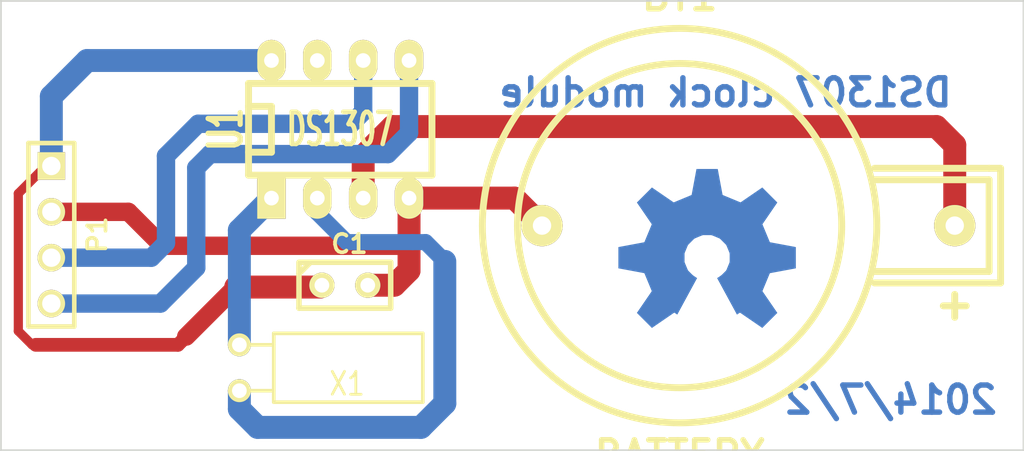
<source format=kicad_pcb>
(kicad_pcb (version 3) (host pcbnew "(2014-03-19 BZR 4756)-product")

  (general
    (links 10)
    (no_connects 0)
    (area 116.918972 91.548 176.834001 120.4912)
    (thickness 1.6)
    (drawings 6)
    (tracks 68)
    (zones 0)
    (modules 6)
    (nets 9)
  )

  (page A4)
  (layers
    (15 F.Cu signal hide)
    (0 B.Cu signal)
    (16 B.Adhes user)
    (17 F.Adhes user)
    (18 B.Paste user)
    (19 F.Paste user)
    (20 B.SilkS user)
    (21 F.SilkS user)
    (22 B.Mask user)
    (23 F.Mask user)
    (24 Dwgs.User user)
    (25 Cmts.User user)
    (26 Eco1.User user)
    (27 Eco2.User user)
    (28 Edge.Cuts user)
  )

  (setup
    (last_trace_width 0.889)
    (user_trace_width 0.381)
    (user_trace_width 0.508)
    (user_trace_width 0.635)
    (user_trace_width 0.762)
    (user_trace_width 0.889)
    (user_trace_width 1.016)
    (user_trace_width 1.143)
    (user_trace_width 1.27)
    (trace_clearance 0.4)
    (zone_clearance 1)
    (zone_45_only no)
    (trace_min 0.254)
    (segment_width 0.2)
    (edge_width 0.1)
    (via_size 0.889)
    (via_drill 0.635)
    (via_min_size 0.889)
    (via_min_drill 0.508)
    (uvia_size 0.508)
    (uvia_drill 0.127)
    (uvias_allowed no)
    (uvia_min_size 0.508)
    (uvia_min_drill 0.127)
    (pcb_text_width 0.3)
    (pcb_text_size 1.5 1.5)
    (mod_edge_width 0.15)
    (mod_text_size 1 1)
    (mod_text_width 0.15)
    (pad_size 1.5 1.5)
    (pad_drill 0.6)
    (pad_to_mask_clearance 0)
    (aux_axis_origin 0 0)
    (visible_elements FFFFEF7F)
    (pcbplotparams
      (layerselection 3178497)
      (usegerberextensions true)
      (excludeedgelayer true)
      (linewidth 0.150000)
      (plotframeref false)
      (viasonmask false)
      (mode 1)
      (useauxorigin false)
      (hpglpennumber 1)
      (hpglpenspeed 20)
      (hpglpendiameter 15)
      (hpglpenoverlay 2)
      (psnegative false)
      (psa4output false)
      (plotreference true)
      (plotvalue true)
      (plotothertext true)
      (plotinvisibletext false)
      (padsonsilk false)
      (subtractmaskfromsilk false)
      (outputformat 1)
      (mirror false)
      (drillshape 1)
      (scaleselection 1)
      (outputdirectory ""))
  )

  (net 0 "")
  (net 1 5V)
  (net 2 GND)
  (net 3 N-000001)
  (net 4 N-000005)
  (net 5 N-000006)
  (net 6 N-000007)
  (net 7 SCL)
  (net 8 SDA)

  (net_class Default "This is the default net class."
    (clearance 0.4)
    (trace_width 0.5)
    (via_dia 0.889)
    (via_drill 0.635)
    (uvia_dia 0.508)
    (uvia_drill 0.127)
    (add_net 5V)
    (add_net GND)
    (add_net N-000001)
    (add_net N-000005)
    (add_net N-000006)
    (add_net N-000007)
    (add_net SCL)
    (add_net SDA)
  )

  (module OSHW_COPPER_10MM (layer B.Cu) (tedit 4F4F92AA) (tstamp 53B45BEA)
    (at 159.258 107.95 180)
    (fp_text reference OSHW_COPPER_10MM (at 0 0 180) (layer B.SilkS) hide
      (effects (font (thickness 0.3048)) (justify mirror))
    )
    (fp_text value VAL** (at 0 0 180) (layer B.SilkS) hide
      (effects (font (thickness 0.3048)) (justify mirror))
    )
    (pad "" smd trapezoid (at 0 4.1656) (size 1.45796 1.4986) (rect_delta 0 0.2794 ) (layers B.Cu B.Paste B.Mask))
    (pad "" smd trapezoid (at 2.94386 2.94386 45) (size 1.45796 1.4986) (rect_delta 0 0.2794 ) (layers B.Cu B.Paste B.Mask))
    (pad "" smd trapezoid (at 4.1656 0 90) (size 1.45796 1.4986) (rect_delta 0 0.2794 ) (layers B.Cu B.Paste B.Mask))
    (pad "" smd trapezoid (at 2.94386 -2.94386 135) (size 1.45796 1.4986) (rect_delta 0 0.2794 ) (layers B.Cu B.Paste B.Mask))
    (pad "" smd trapezoid (at -2.94386 2.94386 315) (size 1.45796 1.4986) (rect_delta 0 0.2794 ) (layers B.Cu B.Paste B.Mask))
    (pad "" smd trapezoid (at -4.1656 0 270) (size 1.45796 1.4986) (rect_delta 0 0.2794 ) (layers B.Cu B.Paste B.Mask))
    (pad "" smd trapezoid (at -2.94386 -2.94386 225) (size 1.45796 1.4986) (rect_delta 0 0.2794 ) (layers B.Cu B.Paste B.Mask))
    (pad "" smd trapezoid (at 0 2.39522) (size 1.08204 2.29108) (rect_delta 0 -0.41402 ) (layers B.Cu B.Paste B.Mask))
    (pad "" smd trapezoid (at -0.9144 2.21234 337.5) (size 1.08204 2.29108) (rect_delta 0 -0.41402 ) (layers B.Cu B.Paste B.Mask))
    (pad "" smd trapezoid (at 0.9144 2.21234 22.5) (size 1.08204 2.29108) (rect_delta 0 -0.41402 ) (layers B.Cu B.Paste B.Mask))
    (pad "" smd trapezoid (at 1.69164 1.69164 45) (size 1.08204 2.29108) (rect_delta 0 -0.41402 ) (layers B.Cu B.Paste B.Mask))
    (pad "" smd trapezoid (at -1.69164 1.69164 315) (size 1.08204 2.29108) (rect_delta 0 -0.41402 ) (layers B.Cu B.Paste B.Mask))
    (pad "" smd trapezoid (at 2.21234 0.9144 67.5) (size 1.08204 2.29108) (rect_delta 0 -0.41402 ) (layers B.Cu B.Paste B.Mask))
    (pad "" smd trapezoid (at -2.21234 0.9144 292.5) (size 1.08204 2.29108) (rect_delta 0 -0.41402 ) (layers B.Cu B.Paste B.Mask))
    (pad "" smd trapezoid (at 2.39522 0 90) (size 1.08204 2.29108) (rect_delta 0 -0.41402 ) (layers B.Cu B.Paste B.Mask))
    (pad "" smd trapezoid (at -2.39522 0 270) (size 1.08204 2.29108) (rect_delta 0 -0.41402 ) (layers B.Cu B.Paste B.Mask))
    (pad "" smd trapezoid (at -2.21234 -0.9144 247.5) (size 1.08204 2.29108) (rect_delta 0 -0.41402 ) (layers B.Cu B.Paste B.Mask))
    (pad "" smd trapezoid (at 2.21234 -0.9144 112.5) (size 1.08204 2.29108) (rect_delta 0 -0.41402 ) (layers B.Cu B.Paste B.Mask))
    (pad "" smd trapezoid (at 1.69164 -1.69164 135) (size 1.08204 2.29108) (rect_delta 0 -0.41402 ) (layers B.Cu B.Paste B.Mask))
    (pad "" smd trapezoid (at -1.69164 -1.69164 225) (size 1.08204 2.29108) (rect_delta 0 -0.41402 ) (layers B.Cu B.Paste B.Mask))
    (pad "" smd trapezoid (at -1.32842 -1.99136 213.7) (size 0.54102 2.29108) (rect_delta 0 -0.20828 ) (layers B.Cu B.Paste B.Mask))
    (pad "" smd trapezoid (at 1.32842 -1.99136 146.3) (size 0.54102 2.29108) (rect_delta 0 -0.20828 ) (layers B.Cu B.Paste B.Mask))
  )

  (module CR2032H (layer F.Cu) (tedit 4C5E6DB1) (tstamp 53B45A75)
    (at 157.734 106.172)
    (path /53B3EE7B)
    (fp_text reference BT1 (at 0 -12.7) (layer F.SilkS)
      (effects (font (thickness 0.3048)))
    )
    (fp_text value BATTERY (at 0 12.7) (layer F.SilkS)
      (effects (font (thickness 0.3048)))
    )
    (fp_line (start 15.24 3.81) (end 15.24 5.08) (layer F.SilkS) (width 0.381))
    (fp_line (start 14.605 4.445) (end 15.875 4.445) (layer F.SilkS) (width 0.381))
    (fp_line (start 10.795 -2.54) (end 17.145 -2.54) (layer F.SilkS) (width 0.381))
    (fp_line (start 17.145 -2.54) (end 17.145 2.54) (layer F.SilkS) (width 0.381))
    (fp_line (start 17.145 2.54) (end 10.795 2.54) (layer F.SilkS) (width 0.381))
    (fp_line (start 17.145 -3.175) (end 17.78 -3.175) (layer F.SilkS) (width 0.381))
    (fp_line (start 17.78 -3.175) (end 17.78 3.175) (layer F.SilkS) (width 0.381))
    (fp_line (start 17.78 3.175) (end 17.145 3.175) (layer F.SilkS) (width 0.381))
    (fp_line (start 15.875 -3.175) (end 17.145 -3.175) (layer F.SilkS) (width 0.381))
    (fp_line (start 17.145 3.175) (end 10.795 3.175) (layer F.SilkS) (width 0.381))
    (fp_line (start 10.795 -3.175) (end 15.875 -3.175) (layer F.SilkS) (width 0.381))
    (fp_circle (center 0 0) (end -1.27 -8.89) (layer F.SilkS) (width 0.381))
    (fp_circle (center 0 0) (end 6.35 8.89) (layer F.SilkS) (width 0.381))
    (pad 2 thru_hole circle (at -7.62 0) (size 2.286 2.286) (drill 1.016) (layers *.Cu *.Mask F.SilkS)
      (net 2 GND))
    (pad 1 thru_hole circle (at 15.24 0) (size 2.286 2.286) (drill 1.016) (layers *.Cu *.Mask F.SilkS)
      (net 4 N-000005))
  )

  (module C1 (layer F.Cu) (tedit 3F92C496) (tstamp 53B3F588)
    (at 139.192 109.474)
    (descr "Condensateur e = 1 pas")
    (tags C)
    (path /53B3F0BC)
    (fp_text reference C1 (at 0.254 -2.286) (layer F.SilkS)
      (effects (font (size 1.016 1.016) (thickness 0.2032)))
    )
    (fp_text value C (at 0 -2.286) (layer F.SilkS) hide
      (effects (font (size 1.016 1.016) (thickness 0.2032)))
    )
    (fp_line (start -2.4892 -1.27) (end 2.54 -1.27) (layer F.SilkS) (width 0.3048))
    (fp_line (start 2.54 -1.27) (end 2.54 1.27) (layer F.SilkS) (width 0.3048))
    (fp_line (start 2.54 1.27) (end -2.54 1.27) (layer F.SilkS) (width 0.3048))
    (fp_line (start -2.54 1.27) (end -2.54 -1.27) (layer F.SilkS) (width 0.3048))
    (fp_line (start -2.54 -0.635) (end -1.905 -1.27) (layer F.SilkS) (width 0.3048))
    (pad 1 thru_hole circle (at -1.27 0) (size 1.397 1.397) (drill 0.8128) (layers *.Cu *.Mask F.SilkS)
      (net 1 5V))
    (pad 2 thru_hole circle (at 1.27 0) (size 1.397 1.397) (drill 0.8128) (layers *.Cu *.Mask F.SilkS)
      (net 2 GND))
    (model discret/capa_1_pas.wrl
      (at (xyz 0 0 0))
      (scale (xyz 1 1 1))
      (rotate (xyz 0 0 0))
    )
  )

  (module PIN_ARRAY_4x1 (layer F.Cu) (tedit 4C10F42E) (tstamp 53B3F594)
    (at 122.936 106.68 270)
    (descr "Double rangee de contacts 2 x 5 pins")
    (tags CONN)
    (path /53B3EE5C)
    (fp_text reference P1 (at 0 -2.54 270) (layer F.SilkS)
      (effects (font (size 1.016 1.016) (thickness 0.2032)))
    )
    (fp_text value CONN_4 (at 0 2.54 270) (layer F.SilkS) hide
      (effects (font (size 1.016 1.016) (thickness 0.2032)))
    )
    (fp_line (start 5.08 1.27) (end -5.08 1.27) (layer F.SilkS) (width 0.254))
    (fp_line (start 5.08 -1.27) (end -5.08 -1.27) (layer F.SilkS) (width 0.254))
    (fp_line (start -5.08 -1.27) (end -5.08 1.27) (layer F.SilkS) (width 0.254))
    (fp_line (start 5.08 1.27) (end 5.08 -1.27) (layer F.SilkS) (width 0.254))
    (pad 1 thru_hole rect (at -3.81 0 270) (size 1.524 1.524) (drill 1.016) (layers *.Cu *.Mask F.SilkS)
      (net 1 5V))
    (pad 2 thru_hole circle (at -1.27 0 270) (size 1.524 1.524) (drill 1.016) (layers *.Cu *.Mask F.SilkS)
      (net 2 GND))
    (pad 3 thru_hole circle (at 1.27 0 270) (size 1.524 1.524) (drill 1.016) (layers *.Cu *.Mask F.SilkS)
      (net 7 SCL))
    (pad 4 thru_hole circle (at 3.81 0 270) (size 1.524 1.524) (drill 1.016) (layers *.Cu *.Mask F.SilkS)
      (net 8 SDA))
    (model pin_array\pins_array_4x1.wrl
      (at (xyz 0 0 0))
      (scale (xyz 1 1 1))
      (rotate (xyz 0 0 0))
    )
  )

  (module DIP-8__300_ELL (layer F.Cu) (tedit 200000) (tstamp 53B3F5A7)
    (at 138.938 100.838)
    (descr "8 pins DIL package, elliptical pads")
    (tags DIL)
    (path /53B3EE00)
    (fp_text reference U1 (at -6.35 0 90) (layer F.SilkS)
      (effects (font (size 1.778 1.143) (thickness 0.3048)))
    )
    (fp_text value DS1307 (at 0 0) (layer F.SilkS)
      (effects (font (size 1.778 1.016) (thickness 0.3048)))
    )
    (fp_line (start -5.08 -1.27) (end -3.81 -1.27) (layer F.SilkS) (width 0.381))
    (fp_line (start -3.81 -1.27) (end -3.81 1.27) (layer F.SilkS) (width 0.381))
    (fp_line (start -3.81 1.27) (end -5.08 1.27) (layer F.SilkS) (width 0.381))
    (fp_line (start -5.08 -2.54) (end 5.08 -2.54) (layer F.SilkS) (width 0.381))
    (fp_line (start 5.08 -2.54) (end 5.08 2.54) (layer F.SilkS) (width 0.381))
    (fp_line (start 5.08 2.54) (end -5.08 2.54) (layer F.SilkS) (width 0.381))
    (fp_line (start -5.08 2.54) (end -5.08 -2.54) (layer F.SilkS) (width 0.381))
    (pad 1 thru_hole rect (at -3.81 3.81) (size 1.5748 2.286) (drill 0.8128) (layers *.Cu *.Mask F.SilkS)
      (net 6 N-000007))
    (pad 2 thru_hole oval (at -1.27 3.81) (size 1.5748 2.286) (drill 0.8128) (layers *.Cu *.Mask F.SilkS)
      (net 3 N-000001))
    (pad 3 thru_hole oval (at 1.27 3.81) (size 1.5748 2.286) (drill 0.8128) (layers *.Cu *.Mask F.SilkS)
      (net 4 N-000005))
    (pad 4 thru_hole oval (at 3.81 3.81) (size 1.5748 2.286) (drill 0.8128) (layers *.Cu *.Mask F.SilkS)
      (net 2 GND))
    (pad 5 thru_hole oval (at 3.81 -3.81) (size 1.5748 2.286) (drill 0.8128) (layers *.Cu *.Mask F.SilkS)
      (net 8 SDA))
    (pad 6 thru_hole oval (at 1.27 -3.81) (size 1.5748 2.286) (drill 0.8128) (layers *.Cu *.Mask F.SilkS)
      (net 7 SCL))
    (pad 7 thru_hole oval (at -1.27 -3.81) (size 1.5748 2.286) (drill 0.8128) (layers *.Cu *.Mask F.SilkS)
      (net 5 N-000006))
    (pad 8 thru_hole oval (at -3.81 -3.81) (size 1.5748 2.286) (drill 0.8128) (layers *.Cu *.Mask F.SilkS)
      (net 1 5V))
    (model dil/dil_8.wrl
      (at (xyz 0 0 0))
      (scale (xyz 1 1 1))
      (rotate (xyz 0 0 0))
    )
  )

  (module QMONTRE (layer F.Cu) (tedit 451BB194) (tstamp 53B3F5B3)
    (at 133.35 114.046 90)
    (path /53B3F00F)
    (fp_text reference X1 (at -0.889 5.969 180) (layer F.SilkS)
      (effects (font (size 1.27 1.016) (thickness 0.1524)))
    )
    (fp_text value CRYSTAL (at 0.889 6.096 180) (layer F.SilkS) hide
      (effects (font (size 1.27 0.762) (thickness 0.1524)))
    )
    (fp_line (start -1.905 1.905) (end 1.905 1.905) (layer F.SilkS) (width 0.2032))
    (fp_line (start 1.905 1.905) (end 1.905 10.16) (layer F.SilkS) (width 0.2032))
    (fp_line (start 1.905 10.16) (end -1.905 10.16) (layer F.SilkS) (width 0.2032))
    (fp_line (start -1.905 10.16) (end -1.905 1.905) (layer F.SilkS) (width 0.2032))
    (fp_line (start -1.27 0) (end -1.27 1.905) (layer F.SilkS) (width 0.2032))
    (fp_line (start 1.27 0) (end 1.27 1.905) (layer F.SilkS) (width 0.2032))
    (pad 1 thru_hole circle (at -1.27 0 90) (size 1.27 1.27) (drill 0.8128) (layers *.Cu *.Mask F.SilkS)
      (net 3 N-000001))
    (pad 2 thru_hole circle (at 1.27 0 90) (size 1.27 1.27) (drill 0.8128) (layers *.Cu *.Mask F.SilkS)
      (net 6 N-000007))
    (model discret/qmontre.wrl
      (at (xyz 0 0 0))
      (scale (xyz 1 1 1))
      (rotate (xyz 0 0 0))
    )
  )

  (gr_line (start 120.142 93.726) (end 176.784 93.726) (angle 90) (layer Edge.Cuts) (width 0.1))
  (gr_line (start 120.142 118.618) (end 120.142 93.726) (angle 90) (layer Edge.Cuts) (width 0.1))
  (gr_line (start 176.784 118.618) (end 120.142 118.618) (angle 90) (layer Edge.Cuts) (width 0.1))
  (gr_line (start 176.784 93.726) (end 176.784 118.618) (angle 90) (layer Edge.Cuts) (width 0.1))
  (gr_text "DS1307 clock module" (at 160.274 98.806) (layer B.Cu)
    (effects (font (size 1.5 1.5) (thickness 0.3)) (justify mirror))
  )
  (gr_text "2014/7/2\n" (at 169.418 115.824) (layer B.Cu)
    (effects (font (size 1.5 1.5) (thickness 0.3)) (justify mirror))
  )

  (segment (start 133.1468 109.5756) (end 137.8204 109.5756) (width 1.27) (layer F.Cu) (net 1))
  (segment (start 137.8204 109.5756) (end 137.922 109.474) (width 1.27) (layer F.Cu) (net 1) (tstamp 54E4613E))
  (segment (start 130.4036 112.3188) (end 133.1468 109.5756) (width 1.016) (layer F.Cu) (net 1))
  (segment (start 133.1468 109.5756) (end 133.2484 109.474) (width 1.016) (layer F.Cu) (net 1) (tstamp 54E4613C))
  (segment (start 133.2484 109.474) (end 137.922 109.474) (width 1.016) (layer F.Cu) (net 1) (tstamp 54E46137))
  (segment (start 122.0724 112.776) (end 129.9464 112.776) (width 0.762) (layer F.Cu) (net 1))
  (segment (start 129.9464 112.776) (end 130.4036 112.3188) (width 0.762) (layer F.Cu) (net 1) (tstamp 54E4612C))
  (segment (start 133.2484 109.474) (end 137.922 109.474) (width 0.762) (layer F.Cu) (net 1) (tstamp 54E4612D))
  (segment (start 122.936 102.87) (end 122.6312 102.87) (width 0.508) (layer F.Cu) (net 1))
  (segment (start 122.6312 102.87) (end 121.1072 104.394) (width 0.508) (layer F.Cu) (net 1) (tstamp 54E46110))
  (segment (start 133.2484 109.474) (end 137.922 109.474) (width 0.508) (layer F.Cu) (net 1) (tstamp 54E4611B))
  (segment (start 129.9464 112.776) (end 133.2484 109.474) (width 0.508) (layer F.Cu) (net 1) (tstamp 54E46118))
  (segment (start 121.8692 112.776) (end 122.0724 112.776) (width 0.508) (layer F.Cu) (net 1) (tstamp 54E46117))
  (segment (start 121.1072 112.014) (end 121.8692 112.776) (width 0.508) (layer F.Cu) (net 1) (tstamp 54E46114))
  (segment (start 121.1072 104.394) (end 121.1072 112.014) (width 0.508) (layer F.Cu) (net 1) (tstamp 54E46112))
  (segment (start 135.128 97.028) (end 124.9172 97.028) (width 1.27) (layer B.Cu) (net 1))
  (segment (start 122.936 99.0092) (end 122.936 102.87) (width 1.27) (layer B.Cu) (net 1) (tstamp 54E4602B))
  (segment (start 124.9172 97.028) (end 122.936 99.0092) (width 1.27) (layer B.Cu) (net 1) (tstamp 54E46028))
  (segment (start 122.936 105.41) (end 127.2032 105.41) (width 1.016) (layer F.Cu) (net 2))
  (segment (start 129.0828 107.2896) (end 142.748 107.2896) (width 1.016) (layer F.Cu) (net 2) (tstamp 54E460F6))
  (segment (start 127.2032 105.41) (end 129.0828 107.2896) (width 1.016) (layer F.Cu) (net 2) (tstamp 54E460F3))
  (segment (start 142.748 104.648) (end 142.748 107.2896) (width 1.27) (layer F.Cu) (net 2))
  (segment (start 142.748 107.2896) (end 142.748 108.6612) (width 1.27) (layer F.Cu) (net 2) (tstamp 54E460FA))
  (segment (start 142.748 108.6612) (end 141.9352 109.474) (width 1.27) (layer F.Cu) (net 2) (tstamp 54E460E5))
  (segment (start 141.9352 109.474) (end 140.462 109.474) (width 1.27) (layer F.Cu) (net 2) (tstamp 54E460E8))
  (segment (start 142.748 104.648) (end 148.59 104.648) (width 1.27) (layer F.Cu) (net 2))
  (segment (start 148.59 104.648) (end 150.114 106.172) (width 1.27) (layer F.Cu) (net 2) (tstamp 54E460A8))
  (segment (start 149.3662 105.4242) (end 150.114 106.172) (width 0.5) (layer F.Cu) (net 2))
  (segment (start 142.748 104.648) (end 142.748 105.4242) (width 0.5) (layer F.Cu) (net 2))
  (segment (start 142.9512 107.0864) (end 143.6624 107.0864) (width 0.889) (layer B.Cu) (net 3))
  (segment (start 143.6624 107.0864) (end 144.7292 108.1532) (width 0.889) (layer B.Cu) (net 3) (tstamp 54E461D5))
  (segment (start 137.668 104.648) (end 137.668 105.4608) (width 0.889) (layer B.Cu) (net 3) (status C00000))
  (segment (start 137.668 105.4608) (end 139.2936 107.0864) (width 0.889) (layer B.Cu) (net 3) (tstamp 54E461CC) (status 400000))
  (segment (start 137.668 105.4608) (end 139.2936 107.0864) (width 0.635) (layer B.Cu) (net 3) (tstamp 54E461A1) (status 400000))
  (segment (start 144.7292 108.1532) (end 143.6624 107.0864) (width 0.889) (layer B.Cu) (net 3))
  (segment (start 142.9512 107.0864) (end 139.2936 107.0864) (width 0.889) (layer B.Cu) (net 3) (tstamp 54E461D3))
  (segment (start 133.35 115.316) (end 133.35 116.332) (width 1.27) (layer B.Cu) (net 3) (status 400000))
  (segment (start 133.35 116.332) (end 134.366 117.348) (width 1.27) (layer B.Cu) (net 3) (tstamp 54E4617C))
  (segment (start 143.4084 117.348) (end 144.7292 116.0272) (width 1.27) (layer B.Cu) (net 3) (tstamp 54E4617E))
  (segment (start 134.366 117.348) (end 143.4084 117.348) (width 1.27) (layer B.Cu) (net 3) (tstamp 54E4617D))
  (segment (start 144.7292 116.0272) (end 144.7292 108.1532) (width 1.27) (layer B.Cu) (net 3) (tstamp 54E4617F))
  (segment (start 137.668 105.4608) (end 139.2936 107.0864) (width 0.508) (layer B.Cu) (net 3) (tstamp 54E4615A))
  (segment (start 134.0612 117.0432) (end 133.35 116.332) (width 0.508) (layer B.Cu) (net 3) (tstamp 54E46163))
  (segment (start 143.7132 117.0432) (end 134.0612 117.0432) (width 0.508) (layer B.Cu) (net 3) (tstamp 54E46162))
  (segment (start 144.7292 116.0272) (end 143.7132 117.0432) (width 0.508) (layer B.Cu) (net 3) (tstamp 54E46161))
  (segment (start 144.7292 108.1532) (end 144.7292 116.0272) (width 0.508) (layer B.Cu) (net 3) (tstamp 54E4615F))
  (segment (start 139.2936 107.0864) (end 143.6624 107.0864) (width 0.508) (layer B.Cu) (net 3) (tstamp 54E4615D))
  (segment (start 140.208 104.648) (end 140.208 102.3112) (width 1.27) (layer F.Cu) (net 4))
  (segment (start 172.974 101.7016) (end 172.974 106.172) (width 1.27) (layer F.Cu) (net 4) (tstamp 54E46149))
  (segment (start 171.958 100.6856) (end 172.974 101.7016) (width 1.27) (layer F.Cu) (net 4) (tstamp 54E46148))
  (segment (start 141.8336 100.6856) (end 171.958 100.6856) (width 1.27) (layer F.Cu) (net 4) (tstamp 54E46145))
  (segment (start 140.208 102.3112) (end 141.8336 100.6856) (width 1.27) (layer F.Cu) (net 4) (tstamp 54E46143))
  (segment (start 133.35 112.776) (end 133.35 106.426) (width 1.27) (layer B.Cu) (net 6))
  (segment (start 133.35 106.426) (end 135.128 104.648) (width 1.27) (layer B.Cu) (net 6) (tstamp 54E46019))
  (segment (start 140.208 97.028) (end 140.208 99.8728) (width 1.016) (layer B.Cu) (net 7))
  (segment (start 128.4732 107.95) (end 122.936 107.95) (width 1.016) (layer B.Cu) (net 7) (tstamp 54E46080))
  (segment (start 129.286 107.1372) (end 128.4732 107.95) (width 1.016) (layer B.Cu) (net 7) (tstamp 54E4607F))
  (segment (start 129.286 102.3112) (end 129.286 107.1372) (width 1.016) (layer B.Cu) (net 7) (tstamp 54E4607D))
  (segment (start 131.064 100.5332) (end 129.286 102.3112) (width 1.016) (layer B.Cu) (net 7) (tstamp 54E4607A))
  (segment (start 139.5476 100.5332) (end 131.064 100.5332) (width 1.016) (layer B.Cu) (net 7) (tstamp 54E46079))
  (segment (start 140.208 99.8728) (end 139.5476 100.5332) (width 1.016) (layer B.Cu) (net 7) (tstamp 54E46078))
  (segment (start 142.748 97.028) (end 142.748 101.0412) (width 1.016) (layer B.Cu) (net 8))
  (segment (start 128.9812 110.49) (end 122.936 110.49) (width 1.016) (layer B.Cu) (net 8) (tstamp 54E46074))
  (segment (start 130.9624 108.5088) (end 128.9812 110.49) (width 1.016) (layer B.Cu) (net 8) (tstamp 54E46073))
  (segment (start 130.9624 102.9716) (end 130.9624 108.5088) (width 1.016) (layer B.Cu) (net 8) (tstamp 54E46071))
  (segment (start 131.7244 102.2096) (end 130.9624 102.9716) (width 1.016) (layer B.Cu) (net 8) (tstamp 54E4606E))
  (segment (start 141.5796 102.2096) (end 131.7244 102.2096) (width 1.016) (layer B.Cu) (net 8) (tstamp 54E4606D))
  (segment (start 142.748 101.0412) (end 141.5796 102.2096) (width 1.016) (layer B.Cu) (net 8) (tstamp 54E4606A))

)

</source>
